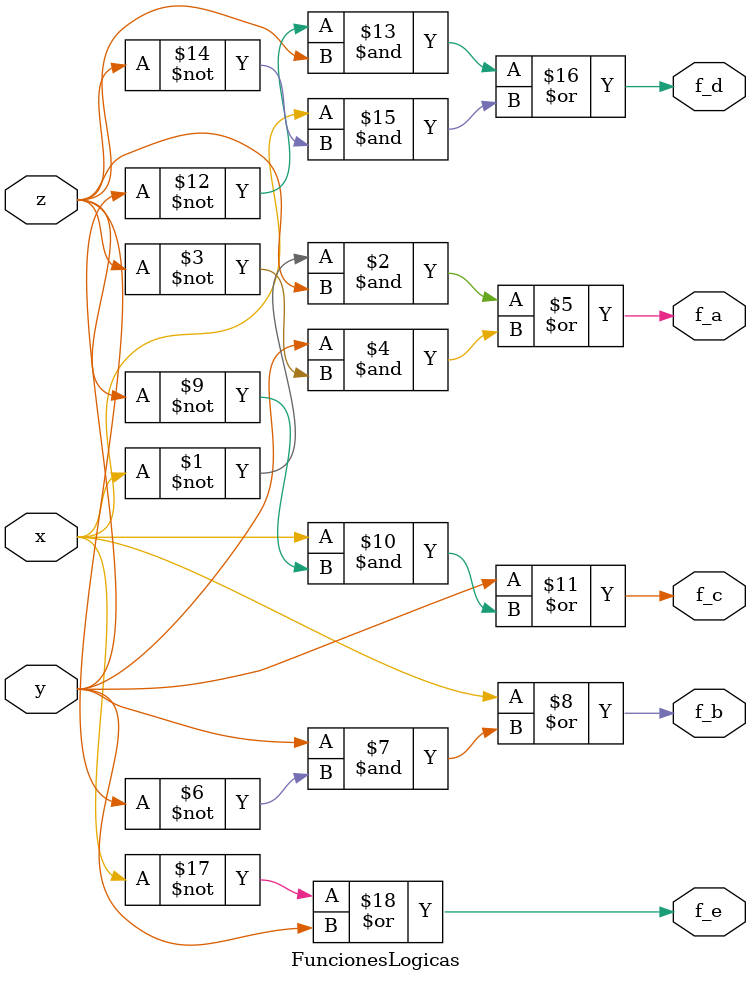
<source format=v>
module FuncionesLogicas (
    input wire x,
    input wire y,
    input wire z,
    output wire f_a,
    output wire f_b,
    output wire f_c,
    output wire f_d,
    output wire f_e
);

assign f_a = (~x & z) | (y & ~z);
assign f_b = x | (y & ~z);
assign f_c = y | (x & ~z);
assign f_d = (~y & z) | (x & ~z);
assign f_e = ~x | y;

endmodule

</source>
